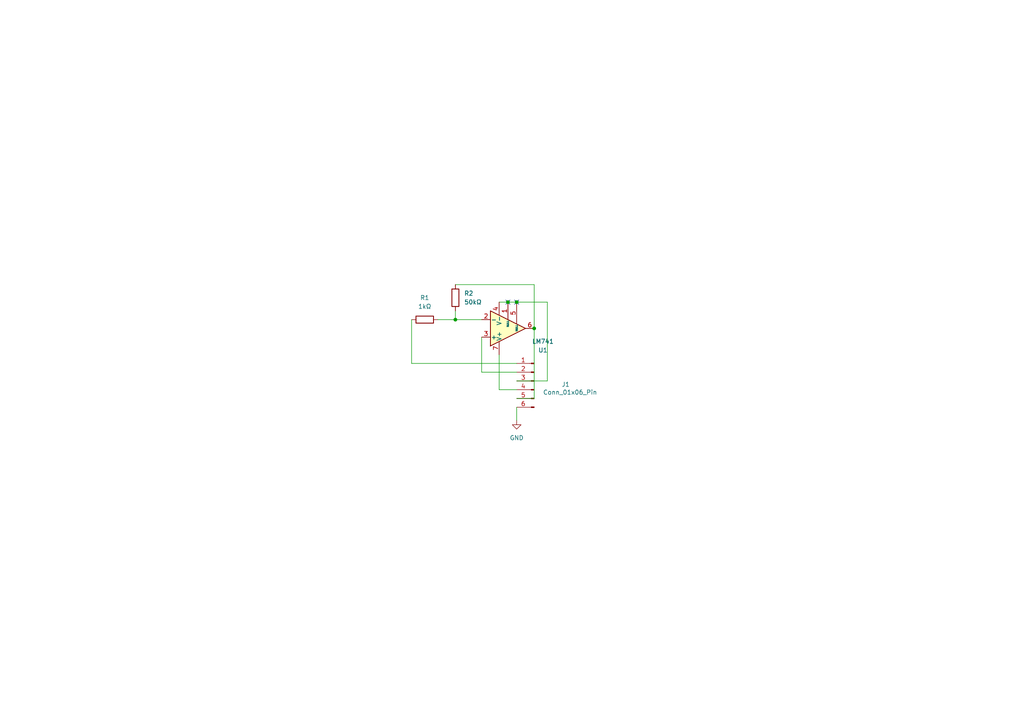
<source format=kicad_sch>
(kicad_sch
	(version 20231120)
	(generator "eeschema")
	(generator_version "8.0")
	(uuid "814a69d5-a76c-4e1f-8d79-71aa7fc116da")
	(paper "A4")
	(lib_symbols
		(symbol "Amplifier_Operational:LM741"
			(pin_names
				(offset 0.127)
			)
			(exclude_from_sim no)
			(in_bom yes)
			(on_board yes)
			(property "Reference" "U"
				(at 0 6.35 0)
				(effects
					(font
						(size 1.27 1.27)
					)
					(justify left)
				)
			)
			(property "Value" "LM741"
				(at 0 3.81 0)
				(effects
					(font
						(size 1.27 1.27)
					)
					(justify left)
				)
			)
			(property "Footprint" ""
				(at 1.27 1.27 0)
				(effects
					(font
						(size 1.27 1.27)
					)
					(hide yes)
				)
			)
			(property "Datasheet" "http://www.ti.com/lit/ds/symlink/lm741.pdf"
				(at 3.81 3.81 0)
				(effects
					(font
						(size 1.27 1.27)
					)
					(hide yes)
				)
			)
			(property "Description" "Operational Amplifier, DIP-8/TO-99-8"
				(at 0 0 0)
				(effects
					(font
						(size 1.27 1.27)
					)
					(hide yes)
				)
			)
			(property "ki_keywords" "single opamp"
				(at 0 0 0)
				(effects
					(font
						(size 1.27 1.27)
					)
					(hide yes)
				)
			)
			(property "ki_fp_filters" "SOIC*3.9x4.9mm*P1.27mm* DIP*W7.62mm* TSSOP*3x3mm*P0.65mm*"
				(at 0 0 0)
				(effects
					(font
						(size 1.27 1.27)
					)
					(hide yes)
				)
			)
			(symbol "LM741_0_1"
				(polyline
					(pts
						(xy -5.08 5.08) (xy 5.08 0) (xy -5.08 -5.08) (xy -5.08 5.08)
					)
					(stroke
						(width 0.254)
						(type default)
					)
					(fill
						(type background)
					)
				)
			)
			(symbol "LM741_1_1"
				(pin input line
					(at 0 -7.62 90)
					(length 5.08)
					(name "NULL"
						(effects
							(font
								(size 0.508 0.508)
							)
						)
					)
					(number "1"
						(effects
							(font
								(size 1.27 1.27)
							)
						)
					)
				)
				(pin input line
					(at -7.62 -2.54 0)
					(length 2.54)
					(name "-"
						(effects
							(font
								(size 1.27 1.27)
							)
						)
					)
					(number "2"
						(effects
							(font
								(size 1.27 1.27)
							)
						)
					)
				)
				(pin input line
					(at -7.62 2.54 0)
					(length 2.54)
					(name "+"
						(effects
							(font
								(size 1.27 1.27)
							)
						)
					)
					(number "3"
						(effects
							(font
								(size 1.27 1.27)
							)
						)
					)
				)
				(pin power_in line
					(at -2.54 -7.62 90)
					(length 3.81)
					(name "V-"
						(effects
							(font
								(size 1.27 1.27)
							)
						)
					)
					(number "4"
						(effects
							(font
								(size 1.27 1.27)
							)
						)
					)
				)
				(pin input line
					(at 2.54 -7.62 90)
					(length 6.35)
					(name "NULL"
						(effects
							(font
								(size 0.508 0.508)
							)
						)
					)
					(number "5"
						(effects
							(font
								(size 1.27 1.27)
							)
						)
					)
				)
				(pin output line
					(at 7.62 0 180)
					(length 2.54)
					(name "~"
						(effects
							(font
								(size 1.27 1.27)
							)
						)
					)
					(number "6"
						(effects
							(font
								(size 1.27 1.27)
							)
						)
					)
				)
				(pin power_in line
					(at -2.54 7.62 270)
					(length 3.81)
					(name "V+"
						(effects
							(font
								(size 1.27 1.27)
							)
						)
					)
					(number "7"
						(effects
							(font
								(size 1.27 1.27)
							)
						)
					)
				)
				(pin no_connect line
					(at 0 2.54 270)
					(length 2.54) hide
					(name "NC"
						(effects
							(font
								(size 1.27 1.27)
							)
						)
					)
					(number "8"
						(effects
							(font
								(size 1.27 1.27)
							)
						)
					)
				)
			)
		)
		(symbol "Connector:Conn_01x06_Pin"
			(pin_names
				(offset 1.016) hide)
			(exclude_from_sim no)
			(in_bom yes)
			(on_board yes)
			(property "Reference" "J"
				(at 0 7.62 0)
				(effects
					(font
						(size 1.27 1.27)
					)
				)
			)
			(property "Value" "Conn_01x06_Pin"
				(at 0 -10.16 0)
				(effects
					(font
						(size 1.27 1.27)
					)
				)
			)
			(property "Footprint" ""
				(at 0 0 0)
				(effects
					(font
						(size 1.27 1.27)
					)
					(hide yes)
				)
			)
			(property "Datasheet" "~"
				(at 0 0 0)
				(effects
					(font
						(size 1.27 1.27)
					)
					(hide yes)
				)
			)
			(property "Description" "Generic connector, single row, 01x06, script generated"
				(at 0 0 0)
				(effects
					(font
						(size 1.27 1.27)
					)
					(hide yes)
				)
			)
			(property "ki_locked" ""
				(at 0 0 0)
				(effects
					(font
						(size 1.27 1.27)
					)
				)
			)
			(property "ki_keywords" "connector"
				(at 0 0 0)
				(effects
					(font
						(size 1.27 1.27)
					)
					(hide yes)
				)
			)
			(property "ki_fp_filters" "Connector*:*_1x??_*"
				(at 0 0 0)
				(effects
					(font
						(size 1.27 1.27)
					)
					(hide yes)
				)
			)
			(symbol "Conn_01x06_Pin_1_1"
				(polyline
					(pts
						(xy 1.27 -7.62) (xy 0.8636 -7.62)
					)
					(stroke
						(width 0.1524)
						(type default)
					)
					(fill
						(type none)
					)
				)
				(polyline
					(pts
						(xy 1.27 -5.08) (xy 0.8636 -5.08)
					)
					(stroke
						(width 0.1524)
						(type default)
					)
					(fill
						(type none)
					)
				)
				(polyline
					(pts
						(xy 1.27 -2.54) (xy 0.8636 -2.54)
					)
					(stroke
						(width 0.1524)
						(type default)
					)
					(fill
						(type none)
					)
				)
				(polyline
					(pts
						(xy 1.27 0) (xy 0.8636 0)
					)
					(stroke
						(width 0.1524)
						(type default)
					)
					(fill
						(type none)
					)
				)
				(polyline
					(pts
						(xy 1.27 2.54) (xy 0.8636 2.54)
					)
					(stroke
						(width 0.1524)
						(type default)
					)
					(fill
						(type none)
					)
				)
				(polyline
					(pts
						(xy 1.27 5.08) (xy 0.8636 5.08)
					)
					(stroke
						(width 0.1524)
						(type default)
					)
					(fill
						(type none)
					)
				)
				(rectangle
					(start 0.8636 -7.493)
					(end 0 -7.747)
					(stroke
						(width 0.1524)
						(type default)
					)
					(fill
						(type outline)
					)
				)
				(rectangle
					(start 0.8636 -4.953)
					(end 0 -5.207)
					(stroke
						(width 0.1524)
						(type default)
					)
					(fill
						(type outline)
					)
				)
				(rectangle
					(start 0.8636 -2.413)
					(end 0 -2.667)
					(stroke
						(width 0.1524)
						(type default)
					)
					(fill
						(type outline)
					)
				)
				(rectangle
					(start 0.8636 0.127)
					(end 0 -0.127)
					(stroke
						(width 0.1524)
						(type default)
					)
					(fill
						(type outline)
					)
				)
				(rectangle
					(start 0.8636 2.667)
					(end 0 2.413)
					(stroke
						(width 0.1524)
						(type default)
					)
					(fill
						(type outline)
					)
				)
				(rectangle
					(start 0.8636 5.207)
					(end 0 4.953)
					(stroke
						(width 0.1524)
						(type default)
					)
					(fill
						(type outline)
					)
				)
				(pin passive line
					(at 5.08 5.08 180)
					(length 3.81)
					(name "Pin_1"
						(effects
							(font
								(size 1.27 1.27)
							)
						)
					)
					(number "1"
						(effects
							(font
								(size 1.27 1.27)
							)
						)
					)
				)
				(pin passive line
					(at 5.08 2.54 180)
					(length 3.81)
					(name "Pin_2"
						(effects
							(font
								(size 1.27 1.27)
							)
						)
					)
					(number "2"
						(effects
							(font
								(size 1.27 1.27)
							)
						)
					)
				)
				(pin passive line
					(at 5.08 0 180)
					(length 3.81)
					(name "Pin_3"
						(effects
							(font
								(size 1.27 1.27)
							)
						)
					)
					(number "3"
						(effects
							(font
								(size 1.27 1.27)
							)
						)
					)
				)
				(pin passive line
					(at 5.08 -2.54 180)
					(length 3.81)
					(name "Pin_4"
						(effects
							(font
								(size 1.27 1.27)
							)
						)
					)
					(number "4"
						(effects
							(font
								(size 1.27 1.27)
							)
						)
					)
				)
				(pin passive line
					(at 5.08 -5.08 180)
					(length 3.81)
					(name "Pin_5"
						(effects
							(font
								(size 1.27 1.27)
							)
						)
					)
					(number "5"
						(effects
							(font
								(size 1.27 1.27)
							)
						)
					)
				)
				(pin passive line
					(at 5.08 -7.62 180)
					(length 3.81)
					(name "Pin_6"
						(effects
							(font
								(size 1.27 1.27)
							)
						)
					)
					(number "6"
						(effects
							(font
								(size 1.27 1.27)
							)
						)
					)
				)
			)
		)
		(symbol "Device:R"
			(pin_numbers hide)
			(pin_names
				(offset 0)
			)
			(exclude_from_sim no)
			(in_bom yes)
			(on_board yes)
			(property "Reference" "R"
				(at 2.032 0 90)
				(effects
					(font
						(size 1.27 1.27)
					)
				)
			)
			(property "Value" "R"
				(at 0 0 90)
				(effects
					(font
						(size 1.27 1.27)
					)
				)
			)
			(property "Footprint" ""
				(at -1.778 0 90)
				(effects
					(font
						(size 1.27 1.27)
					)
					(hide yes)
				)
			)
			(property "Datasheet" "~"
				(at 0 0 0)
				(effects
					(font
						(size 1.27 1.27)
					)
					(hide yes)
				)
			)
			(property "Description" "Resistor"
				(at 0 0 0)
				(effects
					(font
						(size 1.27 1.27)
					)
					(hide yes)
				)
			)
			(property "ki_keywords" "R res resistor"
				(at 0 0 0)
				(effects
					(font
						(size 1.27 1.27)
					)
					(hide yes)
				)
			)
			(property "ki_fp_filters" "R_*"
				(at 0 0 0)
				(effects
					(font
						(size 1.27 1.27)
					)
					(hide yes)
				)
			)
			(symbol "R_0_1"
				(rectangle
					(start -1.016 -2.54)
					(end 1.016 2.54)
					(stroke
						(width 0.254)
						(type default)
					)
					(fill
						(type none)
					)
				)
			)
			(symbol "R_1_1"
				(pin passive line
					(at 0 3.81 270)
					(length 1.27)
					(name "~"
						(effects
							(font
								(size 1.27 1.27)
							)
						)
					)
					(number "1"
						(effects
							(font
								(size 1.27 1.27)
							)
						)
					)
				)
				(pin passive line
					(at 0 -3.81 90)
					(length 1.27)
					(name "~"
						(effects
							(font
								(size 1.27 1.27)
							)
						)
					)
					(number "2"
						(effects
							(font
								(size 1.27 1.27)
							)
						)
					)
				)
			)
		)
		(symbol "power:GND"
			(power)
			(pin_numbers hide)
			(pin_names
				(offset 0) hide)
			(exclude_from_sim no)
			(in_bom yes)
			(on_board yes)
			(property "Reference" "#PWR"
				(at 0 -6.35 0)
				(effects
					(font
						(size 1.27 1.27)
					)
					(hide yes)
				)
			)
			(property "Value" "GND"
				(at 0 -3.81 0)
				(effects
					(font
						(size 1.27 1.27)
					)
				)
			)
			(property "Footprint" ""
				(at 0 0 0)
				(effects
					(font
						(size 1.27 1.27)
					)
					(hide yes)
				)
			)
			(property "Datasheet" ""
				(at 0 0 0)
				(effects
					(font
						(size 1.27 1.27)
					)
					(hide yes)
				)
			)
			(property "Description" "Power symbol creates a global label with name \"GND\" , ground"
				(at 0 0 0)
				(effects
					(font
						(size 1.27 1.27)
					)
					(hide yes)
				)
			)
			(property "ki_keywords" "global power"
				(at 0 0 0)
				(effects
					(font
						(size 1.27 1.27)
					)
					(hide yes)
				)
			)
			(symbol "GND_0_1"
				(polyline
					(pts
						(xy 0 0) (xy 0 -1.27) (xy 1.27 -1.27) (xy 0 -2.54) (xy -1.27 -1.27) (xy 0 -1.27)
					)
					(stroke
						(width 0)
						(type default)
					)
					(fill
						(type none)
					)
				)
			)
			(symbol "GND_1_1"
				(pin power_in line
					(at 0 0 270)
					(length 0)
					(name "~"
						(effects
							(font
								(size 1.27 1.27)
							)
						)
					)
					(number "1"
						(effects
							(font
								(size 1.27 1.27)
							)
						)
					)
				)
			)
		)
	)
	(junction
		(at 132.08 92.71)
		(diameter 0)
		(color 0 0 0 0)
		(uuid "54450265-38fc-4fb4-a567-bce2db25ce6c")
	)
	(junction
		(at 154.94 95.25)
		(diameter 0)
		(color 0 0 0 0)
		(uuid "7064db53-4cac-4964-bd59-3ccbda7d0030")
	)
	(junction
		(at 147.32 87.63)
		(diameter 0)
		(color 0 0 0 0)
		(uuid "7159a769-98b0-4895-b7e0-cdf69df91d54")
	)
	(junction
		(at 149.86 87.63)
		(diameter 0)
		(color 0 0 0 0)
		(uuid "a2ac2247-122e-45ea-b442-f019a92f8029")
	)
	(no_connect
		(at 149.86 87.63)
		(uuid "4532828c-7067-47aa-9be0-a13958017640")
	)
	(no_connect
		(at 147.32 87.63)
		(uuid "b19c31c7-de9f-476d-a43b-b797a1ebb875")
	)
	(wire
		(pts
			(xy 147.32 87.63) (xy 149.86 87.63)
		)
		(stroke
			(width 0)
			(type default)
		)
		(uuid "0dd2fff8-59f7-4150-8a2f-5a25be3832ab")
	)
	(wire
		(pts
			(xy 132.08 92.71) (xy 139.7 92.71)
		)
		(stroke
			(width 0)
			(type default)
		)
		(uuid "0e2f11cb-d7ab-4e98-a595-646c3d22fd51")
	)
	(wire
		(pts
			(xy 154.94 115.57) (xy 149.86 115.57)
		)
		(stroke
			(width 0)
			(type default)
		)
		(uuid "1997495b-6c94-43bc-8cb6-dd65e8f3a4b4")
	)
	(wire
		(pts
			(xy 154.94 95.25) (xy 154.94 115.57)
		)
		(stroke
			(width 0)
			(type default)
		)
		(uuid "29f7da78-e2c4-4ec5-9f84-07b1a78cf0f7")
	)
	(wire
		(pts
			(xy 132.08 90.17) (xy 132.08 92.71)
		)
		(stroke
			(width 0)
			(type default)
		)
		(uuid "43fc24bb-e4f8-43cf-8ffd-4937f1017e12")
	)
	(wire
		(pts
			(xy 139.7 107.95) (xy 149.86 107.95)
		)
		(stroke
			(width 0)
			(type default)
		)
		(uuid "635898b8-b641-4bda-89b3-520841341780")
	)
	(wire
		(pts
			(xy 149.86 118.11) (xy 149.86 121.92)
		)
		(stroke
			(width 0)
			(type default)
		)
		(uuid "69d66d9c-15aa-4166-8a9f-312bc9905534")
	)
	(wire
		(pts
			(xy 144.78 102.87) (xy 144.78 113.03)
		)
		(stroke
			(width 0)
			(type default)
		)
		(uuid "6d28d0ac-10a0-4182-a770-c6e3a1360685")
	)
	(wire
		(pts
			(xy 132.08 82.55) (xy 154.94 82.55)
		)
		(stroke
			(width 0)
			(type default)
		)
		(uuid "80152eeb-0b13-4d7e-8ec4-9a8daa3cfbd1")
	)
	(wire
		(pts
			(xy 139.7 97.79) (xy 139.7 107.95)
		)
		(stroke
			(width 0)
			(type default)
		)
		(uuid "8eade3ee-0fa6-49a7-be6e-52cccf8105a4")
	)
	(wire
		(pts
			(xy 158.75 87.63) (xy 158.75 110.49)
		)
		(stroke
			(width 0)
			(type default)
		)
		(uuid "9ef1ff16-6e98-41ce-9e47-7410acf47b65")
	)
	(wire
		(pts
			(xy 119.38 92.71) (xy 119.38 105.41)
		)
		(stroke
			(width 0)
			(type default)
		)
		(uuid "a3bae0bc-dd88-4601-a836-3e8ae529cfe2")
	)
	(wire
		(pts
			(xy 158.75 110.49) (xy 149.86 110.49)
		)
		(stroke
			(width 0)
			(type default)
		)
		(uuid "c3d2e063-6b2a-4b48-b56a-a06a0a57601b")
	)
	(wire
		(pts
			(xy 144.78 113.03) (xy 149.86 113.03)
		)
		(stroke
			(width 0)
			(type default)
		)
		(uuid "ca6fa514-8726-4045-a0ba-a0fc0c8ea1f7")
	)
	(wire
		(pts
			(xy 127 92.71) (xy 132.08 92.71)
		)
		(stroke
			(width 0)
			(type default)
		)
		(uuid "d60591ac-3fa5-4020-bd78-8c6952c771a3")
	)
	(wire
		(pts
			(xy 154.94 82.55) (xy 154.94 95.25)
		)
		(stroke
			(width 0)
			(type default)
		)
		(uuid "e1f813b8-fe4d-4b71-8656-af5d5581879b")
	)
	(wire
		(pts
			(xy 119.38 105.41) (xy 149.86 105.41)
		)
		(stroke
			(width 0)
			(type default)
		)
		(uuid "eb9ffc9c-090f-4333-b511-8c645a3e5258")
	)
	(wire
		(pts
			(xy 144.78 87.63) (xy 147.32 87.63)
		)
		(stroke
			(width 0)
			(type default)
		)
		(uuid "f17259be-26a9-4318-b4dc-45b984e1845b")
	)
	(wire
		(pts
			(xy 149.86 87.63) (xy 158.75 87.63)
		)
		(stroke
			(width 0)
			(type default)
		)
		(uuid "f1e39c1c-65ec-440a-9efc-21cc1e0e1d58")
	)
	(symbol
		(lib_id "Device:R")
		(at 132.08 86.36 0)
		(unit 1)
		(exclude_from_sim no)
		(in_bom yes)
		(on_board yes)
		(dnp no)
		(fields_autoplaced yes)
		(uuid "08878a7d-4217-4375-9014-95ed189d2459")
		(property "Reference" "R2"
			(at 134.62 85.0899 0)
			(effects
				(font
					(size 1.27 1.27)
				)
				(justify left)
			)
		)
		(property "Value" "50kΩ"
			(at 134.62 87.6299 0)
			(effects
				(font
					(size 1.27 1.27)
				)
				(justify left)
			)
		)
		(property "Footprint" "Resistor_THT:R_Axial_DIN0207_L6.3mm_D2.5mm_P7.62mm_Horizontal"
			(at 130.302 86.36 90)
			(effects
				(font
					(size 1.27 1.27)
				)
				(hide yes)
			)
		)
		(property "Datasheet" "~"
			(at 132.08 86.36 0)
			(effects
				(font
					(size 1.27 1.27)
				)
				(hide yes)
			)
		)
		(property "Description" "Resistor"
			(at 132.08 86.36 0)
			(effects
				(font
					(size 1.27 1.27)
				)
				(hide yes)
			)
		)
		(pin "2"
			(uuid "d34ad4ee-1bc1-4939-b74a-5ce70022b91f")
		)
		(pin "1"
			(uuid "6e947bd0-46cc-4745-876d-e3520a386736")
		)
		(instances
			(project ""
				(path "/814a69d5-a76c-4e1f-8d79-71aa7fc116da"
					(reference "R2")
					(unit 1)
				)
			)
		)
	)
	(symbol
		(lib_id "Amplifier_Operational:LM741")
		(at 147.32 95.25 0)
		(mirror x)
		(unit 1)
		(exclude_from_sim no)
		(in_bom yes)
		(on_board yes)
		(dnp no)
		(uuid "0a6ad79d-9cf1-40de-88f3-6cf45a89b408")
		(property "Reference" "U1"
			(at 157.48 101.5686 0)
			(effects
				(font
					(size 1.27 1.27)
				)
			)
		)
		(property "Value" "LM741"
			(at 157.48 99.0286 0)
			(effects
				(font
					(size 1.27 1.27)
				)
			)
		)
		(property "Footprint" "Package_DIP:DIP-8_W7.62mm"
			(at 148.59 96.52 0)
			(effects
				(font
					(size 1.27 1.27)
				)
				(hide yes)
			)
		)
		(property "Datasheet" "http://www.ti.com/lit/ds/symlink/lm741.pdf"
			(at 151.13 99.06 0)
			(effects
				(font
					(size 1.27 1.27)
				)
				(hide yes)
			)
		)
		(property "Description" "Operational Amplifier, DIP-8/TO-99-8"
			(at 147.32 95.25 0)
			(effects
				(font
					(size 1.27 1.27)
				)
				(hide yes)
			)
		)
		(pin "2"
			(uuid "27d5900d-727b-4c52-9c76-0a7a2b971d17")
		)
		(pin "4"
			(uuid "e7805fed-8395-4c85-a72e-b31d4536d788")
		)
		(pin "3"
			(uuid "b8a6a61d-620b-47a4-a145-a2d1699467f0")
		)
		(pin "8"
			(uuid "f7efdc02-ece0-4f77-9bea-0a5e48e39787")
		)
		(pin "1"
			(uuid "05957374-b8f6-4cb2-ab3d-c77a4f8e2598")
		)
		(pin "5"
			(uuid "dc3e40e6-5ec4-48ef-8baa-fe016ad961e2")
		)
		(pin "6"
			(uuid "9c82c8ce-3085-4305-aed7-9441a1770cc3")
		)
		(pin "7"
			(uuid "6d1c7d10-26d9-4661-9ecb-9cef6e5258f7")
		)
		(instances
			(project ""
				(path "/814a69d5-a76c-4e1f-8d79-71aa7fc116da"
					(reference "U1")
					(unit 1)
				)
			)
		)
	)
	(symbol
		(lib_id "power:GND")
		(at 149.86 121.92 0)
		(unit 1)
		(exclude_from_sim no)
		(in_bom yes)
		(on_board yes)
		(dnp no)
		(fields_autoplaced yes)
		(uuid "6322631b-d7d5-40b2-895d-1c679c8e942b")
		(property "Reference" "#PWR02"
			(at 149.86 128.27 0)
			(effects
				(font
					(size 1.27 1.27)
				)
				(hide yes)
			)
		)
		(property "Value" "GND"
			(at 149.86 127 0)
			(effects
				(font
					(size 1.27 1.27)
				)
			)
		)
		(property "Footprint" ""
			(at 149.86 121.92 0)
			(effects
				(font
					(size 1.27 1.27)
				)
				(hide yes)
			)
		)
		(property "Datasheet" ""
			(at 149.86 121.92 0)
			(effects
				(font
					(size 1.27 1.27)
				)
				(hide yes)
			)
		)
		(property "Description" "Power symbol creates a global label with name \"GND\" , ground"
			(at 149.86 121.92 0)
			(effects
				(font
					(size 1.27 1.27)
				)
				(hide yes)
			)
		)
		(pin "1"
			(uuid "63aaa763-8b67-4daf-a3cc-6f84e42d30be")
		)
		(instances
			(project ""
				(path "/814a69d5-a76c-4e1f-8d79-71aa7fc116da"
					(reference "#PWR02")
					(unit 1)
				)
			)
		)
	)
	(symbol
		(lib_id "Device:R")
		(at 123.19 92.71 90)
		(unit 1)
		(exclude_from_sim no)
		(in_bom yes)
		(on_board yes)
		(dnp no)
		(fields_autoplaced yes)
		(uuid "82593345-3f31-4758-9e8e-0db877609100")
		(property "Reference" "R1"
			(at 123.19 86.36 90)
			(effects
				(font
					(size 1.27 1.27)
				)
			)
		)
		(property "Value" "1kΩ"
			(at 123.19 88.9 90)
			(effects
				(font
					(size 1.27 1.27)
				)
			)
		)
		(property "Footprint" "Resistor_THT:R_Axial_DIN0207_L6.3mm_D2.5mm_P7.62mm_Horizontal"
			(at 123.19 94.488 90)
			(effects
				(font
					(size 1.27 1.27)
				)
				(hide yes)
			)
		)
		(property "Datasheet" "~"
			(at 123.19 92.71 0)
			(effects
				(font
					(size 1.27 1.27)
				)
				(hide yes)
			)
		)
		(property "Description" "Resistor"
			(at 123.19 92.71 0)
			(effects
				(font
					(size 1.27 1.27)
				)
				(hide yes)
			)
		)
		(pin "2"
			(uuid "a8508ae9-e1d8-41f8-8bd8-535112366899")
		)
		(pin "1"
			(uuid "82c1502c-4b0a-48b5-9484-721ea3753183")
		)
		(instances
			(project ""
				(path "/814a69d5-a76c-4e1f-8d79-71aa7fc116da"
					(reference "R1")
					(unit 1)
				)
			)
		)
	)
	(symbol
		(lib_id "Connector:Conn_01x06_Pin")
		(at 154.94 110.49 0)
		(mirror y)
		(unit 1)
		(exclude_from_sim no)
		(in_bom yes)
		(on_board yes)
		(dnp no)
		(uuid "f531d7b9-f5ff-4c55-903e-e9e13f0f1702")
		(property "Reference" "J1"
			(at 164.084 111.506 0)
			(effects
				(font
					(size 1.27 1.27)
				)
			)
		)
		(property "Value" "Conn_01x06_Pin"
			(at 165.354 113.792 0)
			(effects
				(font
					(size 1.27 1.27)
				)
			)
		)
		(property "Footprint" "Connector_PinHeader_2.54mm:PinHeader_1x06_P2.54mm_Vertical"
			(at 154.94 110.49 0)
			(effects
				(font
					(size 1.27 1.27)
				)
				(hide yes)
			)
		)
		(property "Datasheet" "~"
			(at 154.94 110.49 0)
			(effects
				(font
					(size 1.27 1.27)
				)
				(hide yes)
			)
		)
		(property "Description" "Generic connector, single row, 01x06, script generated"
			(at 154.94 110.49 0)
			(effects
				(font
					(size 1.27 1.27)
				)
				(hide yes)
			)
		)
		(pin "1"
			(uuid "b9667f7c-76db-43ce-a30e-1beea5aea8e4")
		)
		(pin "3"
			(uuid "ca46c55f-5820-4421-a839-5d6e6a6336cf")
		)
		(pin "2"
			(uuid "f831bae8-3253-4fdf-8e3f-522892c1af72")
		)
		(pin "4"
			(uuid "abaf213f-0d48-4c63-88e1-ebeda923efbf")
		)
		(pin "6"
			(uuid "4251d832-4cd1-4d8c-9036-036417abf2b1")
		)
		(pin "5"
			(uuid "33be76a1-f430-4723-8877-1eef5540a6ad")
		)
		(instances
			(project ""
				(path "/814a69d5-a76c-4e1f-8d79-71aa7fc116da"
					(reference "J1")
					(unit 1)
				)
			)
		)
	)
	(sheet_instances
		(path "/"
			(page "1")
		)
	)
)

</source>
